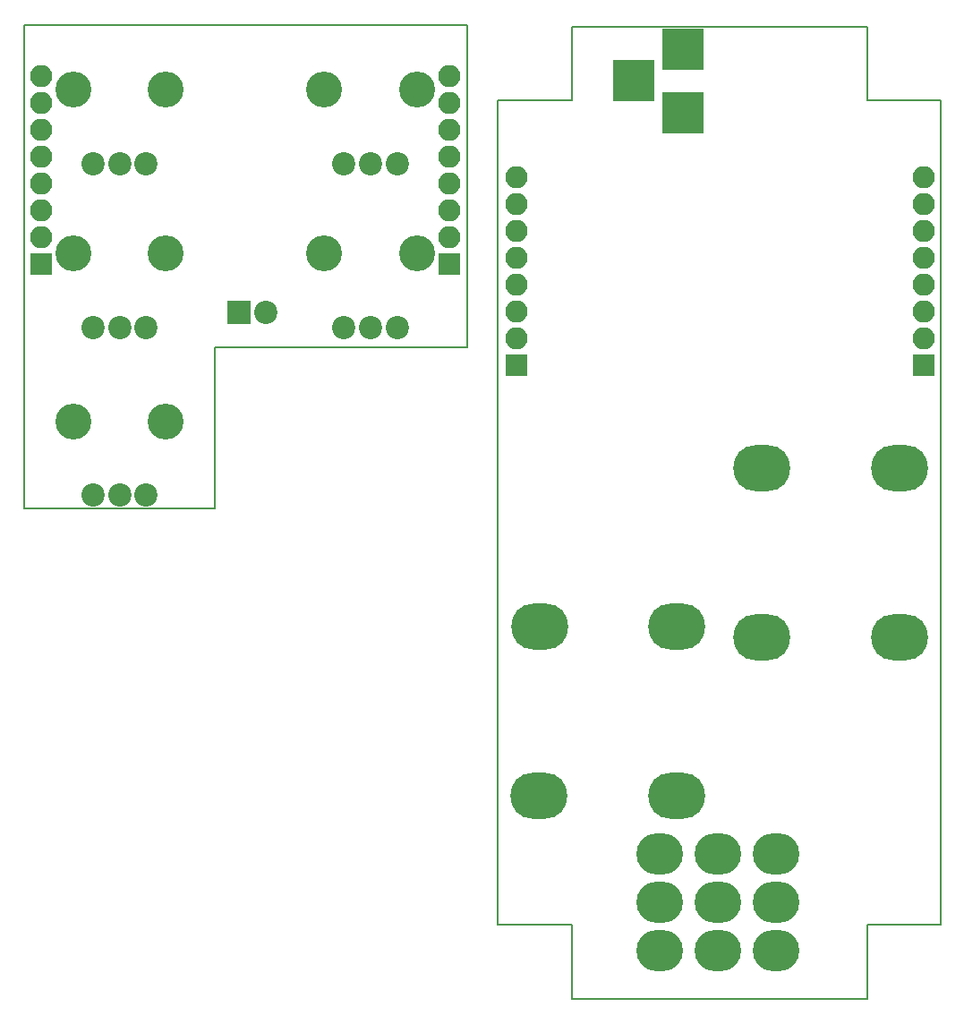
<source format=gbr>
G04 #@! TF.FileFunction,Soldermask,Bot*
%FSLAX46Y46*%
G04 Gerber Fmt 4.6, Leading zero omitted, Abs format (unit mm)*
G04 Created by KiCad (PCBNEW 4.0.7) date 02/11/18 17:32:34*
%MOMM*%
%LPD*%
G01*
G04 APERTURE LIST*
%ADD10C,0.100000*%
%ADD11C,0.150000*%
%ADD12C,2.200000*%
%ADD13C,3.400000*%
%ADD14O,5.400000X4.400000*%
%ADD15O,4.400000X3.900000*%
%ADD16R,2.100000X2.100000*%
%ADD17O,2.100000X2.100000*%
%ADD18R,2.200000X2.200000*%
%ADD19R,3.900000X3.900000*%
G04 APERTURE END LIST*
D10*
D11*
X80772000Y-105791000D02*
X38862000Y-105791000D01*
X80772000Y-136271000D02*
X80772000Y-105791000D01*
X56896000Y-136271000D02*
X56896000Y-151511000D01*
X56896000Y-136271000D02*
X80772000Y-136271000D01*
X38862000Y-151511000D02*
X38862000Y-105791000D01*
X56896000Y-151511000D02*
X38862000Y-151511000D01*
X125603000Y-190881000D02*
X125603000Y-112903000D01*
X90678000Y-197866000D02*
X118618000Y-197866000D01*
X90678000Y-190881000D02*
X83693000Y-190881000D01*
X83693000Y-112903000D02*
X83693000Y-190881000D01*
X118618000Y-105918000D02*
X90678000Y-105918000D01*
X90678000Y-112903000D02*
X83693000Y-112903000D01*
X90678000Y-105918000D02*
X90678000Y-112903000D01*
X118618000Y-112903000D02*
X125603000Y-112903000D01*
X118618000Y-105918000D02*
X118618000Y-112903000D01*
X118618000Y-190881000D02*
X118618000Y-197866000D01*
X125603000Y-190881000D02*
X118618000Y-190881000D01*
X90678000Y-190881000D02*
X90678000Y-197866000D01*
D12*
X45419000Y-150241000D03*
X47919000Y-150241000D03*
X50419000Y-150241000D03*
D13*
X43519000Y-143241000D03*
X52319000Y-143241000D03*
D14*
X108689000Y-163702000D03*
X108689000Y-147702000D03*
X121689000Y-147702000D03*
X121666000Y-163702000D03*
D15*
X99021000Y-184122000D03*
X104521000Y-184122000D03*
X110021000Y-184122000D03*
X99021000Y-188722000D03*
X104521000Y-188722000D03*
X110021000Y-188722000D03*
X99021000Y-193322000D03*
X104521000Y-193322000D03*
X110021000Y-193322000D03*
D12*
X69168000Y-134366000D03*
X71668000Y-134366000D03*
X74168000Y-134366000D03*
D13*
X67268000Y-127366000D03*
X76068000Y-127366000D03*
D12*
X69168000Y-118872000D03*
X71668000Y-118872000D03*
X74168000Y-118872000D03*
D13*
X67268000Y-111872000D03*
X76068000Y-111872000D03*
D16*
X40513000Y-128397000D03*
D17*
X40513000Y-125857000D03*
X40513000Y-123317000D03*
X40513000Y-120777000D03*
X40513000Y-118237000D03*
X40513000Y-115697000D03*
X40513000Y-113157000D03*
X40513000Y-110617000D03*
D16*
X123952000Y-137922000D03*
D17*
X123952000Y-135382000D03*
X123952000Y-132842000D03*
X123952000Y-130302000D03*
X123952000Y-127762000D03*
X123952000Y-125222000D03*
X123952000Y-122682000D03*
X123952000Y-120142000D03*
D16*
X85471000Y-137922000D03*
D17*
X85471000Y-135382000D03*
X85471000Y-132842000D03*
X85471000Y-130302000D03*
X85471000Y-127762000D03*
X85471000Y-125222000D03*
X85471000Y-122682000D03*
X85471000Y-120142000D03*
D14*
X100607000Y-162688000D03*
X100607000Y-178688000D03*
X87607000Y-178688000D03*
X87630000Y-162688000D03*
D18*
X59182000Y-132969000D03*
D12*
X61722000Y-132969000D03*
X45419000Y-134366000D03*
X47919000Y-134366000D03*
X50419000Y-134366000D03*
D13*
X43519000Y-127366000D03*
X52319000Y-127366000D03*
D16*
X79121000Y-128397000D03*
D17*
X79121000Y-125857000D03*
X79121000Y-123317000D03*
X79121000Y-120777000D03*
X79121000Y-118237000D03*
X79121000Y-115697000D03*
X79121000Y-113157000D03*
X79121000Y-110617000D03*
D12*
X45419000Y-118872000D03*
X47919000Y-118872000D03*
X50419000Y-118872000D03*
D13*
X43519000Y-111872000D03*
X52319000Y-111872000D03*
D19*
X101219000Y-114046000D03*
X101219000Y-108046000D03*
X96519000Y-111046000D03*
M02*

</source>
